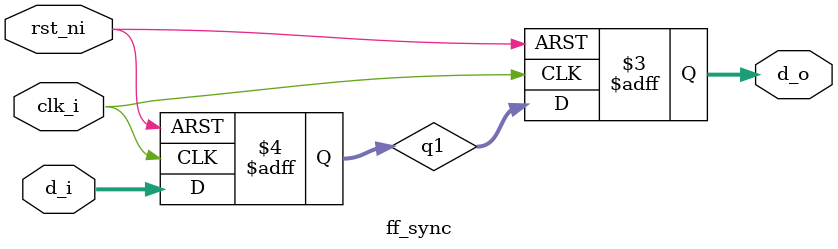
<source format=sv>
module ff_sync 
#(
	parameter WIDTH = 10				// Data width
)
(
	// Input
	input logic clk_i,
	input logic rst_ni,
	input logic [WIDTH:0] d_i,
	// Output
	output logic [WIDTH:0] d_o
);

logic [WIDTH:0] q1;

always @(posedge clk_i or negedge rst_ni) begin
	if (!rst_ni) begin
		q1 <= 0;
		d_o <= 0;
	end
	else begin
		q1 <= d_i;
		d_o <= q1;
	end
end

endmodule: ff_sync
</source>
